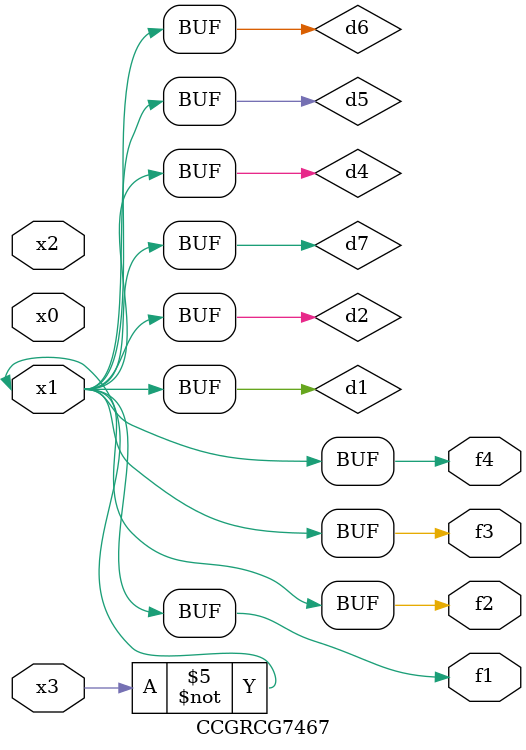
<source format=v>
module CCGRCG7467(
	input x0, x1, x2, x3,
	output f1, f2, f3, f4
);

	wire d1, d2, d3, d4, d5, d6, d7;

	not (d1, x3);
	buf (d2, x1);
	xnor (d3, d1, d2);
	nor (d4, d1);
	buf (d5, d1, d2);
	buf (d6, d4, d5);
	nand (d7, d4);
	assign f1 = d6;
	assign f2 = d7;
	assign f3 = d6;
	assign f4 = d6;
endmodule

</source>
